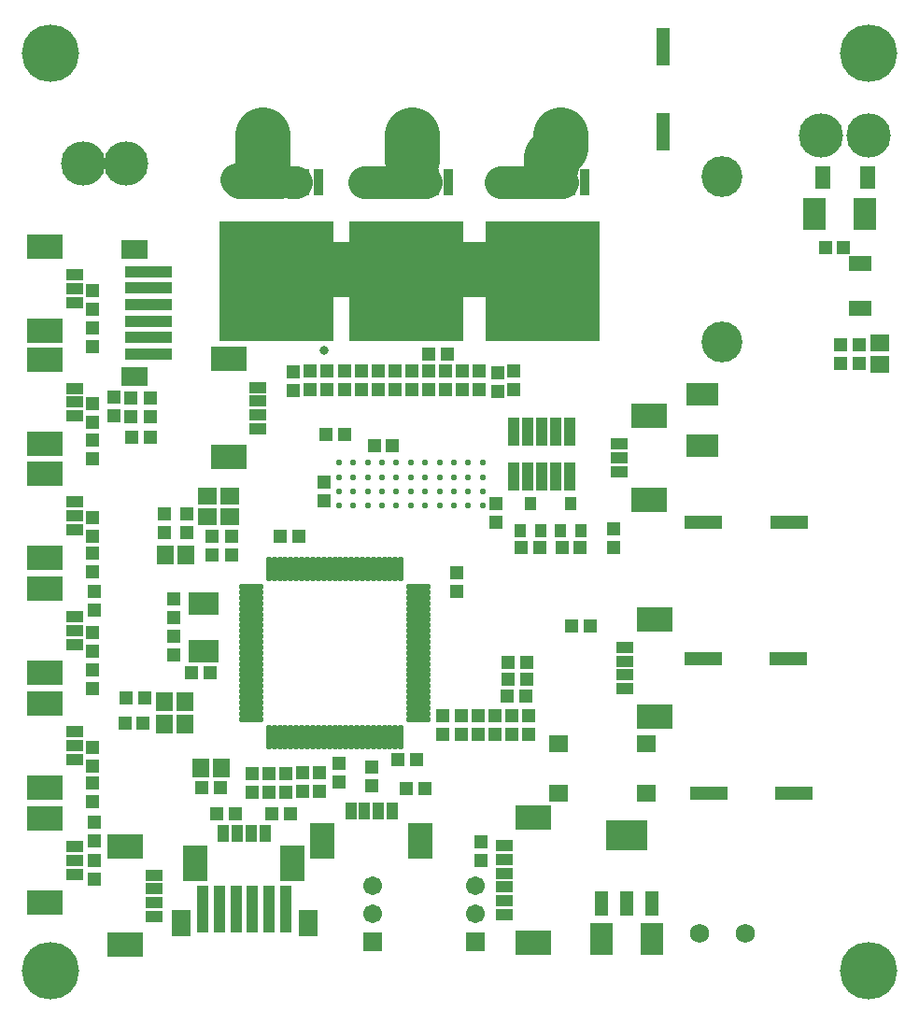
<source format=gts>
%FSTAX23Y23*%
%MOIN*%
%SFA1B1*%

%IPPOS*%
%ADD34C,0.118110*%
%ADD36C,0.011811*%
%ADD40C,0.196850*%
%ADD60C,0.023000*%
%ADD85C,0.137795*%
%ADD86R,0.126000X0.091000*%
%ADD87R,0.091000X0.126000*%
%ADD88R,0.098000X0.067000*%
%ADD89R,0.067000X0.098000*%
%ADD90R,0.047370X0.051307*%
%ADD91R,0.051307X0.047370*%
%ADD92R,0.082803X0.114299*%
%ADD93R,0.133984X0.045401*%
%ADD94R,0.114299X0.082803*%
%ADD95R,0.045401X0.133984*%
%ADD96R,0.082409X0.056819*%
%ADD97R,0.056819X0.082409*%
%ADD98R,0.059181X0.039496*%
%ADD99R,0.039496X0.059181*%
%ADD100R,0.039496X0.102488*%
%ADD101R,0.165480X0.039496*%
%ADD102R,0.039496X0.165480*%
%ADD103R,0.059181X0.067055*%
%ADD104R,0.067055X0.059181*%
%ADD105R,0.037527X0.097960*%
%ADD106R,0.405440X0.429062*%
%ADD107R,0.069023X0.059181*%
%ADD108R,0.039496X0.047370*%
%ADD109O,0.019811X0.090677*%
%ADD110O,0.090677X0.019811*%
%ADD111R,0.145795X0.106425*%
%ADD112R,0.047370X0.086740*%
%ADD113R,0.110362X0.082803*%
%ADD114C,0.204850*%
%ADD115C,0.158000*%
%ADD116C,0.067055*%
%ADD117R,0.067055X0.067055*%
%ADD118C,0.145795*%
%ADD119C,0.068000*%
%ADD120C,0.033000*%
%LNninja_ecu_pcb-1*%
%LPD*%
G54D34*
X019Y0277D02*
X0192D01*
X018D02*
X019D01*
X0175D02*
X018D01*
X017D02*
X0175D01*
X01425Y0278D02*
X01435Y0277D01*
X01315D02*
X01415D01*
X01385Y0282D02*
Y0285D01*
X01265Y0277D02*
X01315D01*
X01215D02*
X01265D01*
X0085Y02835D02*
X00857Y02827D01*
X0095Y0277D02*
X0097D01*
X0085D02*
X00915D01*
X008D02*
X0085D01*
X00769D02*
X008D01*
X00759Y02779D02*
X00769Y0277D01*
G54D36*
X01215Y0273D02*
Y0277D01*
G54D40*
X0084Y0246D02*
X01805D01*
X01815Y0245*
X0188Y02825D02*
Y02858D01*
X01915Y02892*
Y0294*
X01385Y0285D02*
Y0294D01*
X0085Y02835D02*
Y0294D01*
G54D60*
X01125Y01615D03*
X01176D03*
X01227D03*
X01278D03*
X01329D03*
X01381D03*
X01432D03*
X01483D03*
X01534D03*
X01585D03*
X01637D03*
X01125Y01666D03*
X01176D03*
X01227D03*
X01278D03*
X01329D03*
X01381D03*
X01432D03*
X01483D03*
X01534D03*
X01585D03*
X01637D03*
X01125Y01717D03*
X01176D03*
X01227D03*
X01278D03*
X01329D03*
X01381D03*
X01432D03*
X01483D03*
X01534D03*
X01585D03*
X01637D03*
X01125Y01768D03*
X01176D03*
X01227D03*
X01278D03*
X01329D03*
X01381D03*
X01432D03*
X01483D03*
X01534D03*
X01585D03*
X01637D03*
G54D85*
X0079Y02535D02*
X008D01*
G54D86*
X0073Y0179D03*
Y02138D03*
X00075Y02239D03*
Y02539D03*
Y01834D03*
Y02134D03*
Y01429D03*
Y01729D03*
Y01019D03*
Y01319D03*
X0225Y01209D03*
Y00861D03*
X00075Y00609D03*
Y00909D03*
Y00199D03*
Y00499D03*
X0223Y01935D03*
Y01635D03*
X0036Y0005D03*
Y00398D03*
X01819Y00055D03*
Y00502D03*
G54D87*
X00959Y0034D03*
X00611D03*
X01414Y0042D03*
X01066D03*
G54D88*
X00395Y02529D03*
Y02075D03*
G54D89*
X0056Y00126D03*
X01014D03*
G54D90*
X00535Y01215D03*
Y01281D03*
X01545Y01308D03*
Y01375D03*
X00535Y01148D03*
Y01081D03*
X01685Y01621D03*
Y01555D03*
X00935Y0066D03*
Y00593D03*
X0124Y00615D03*
Y00681D03*
X01125Y0063D03*
Y00696D03*
X0058Y0152D03*
Y01586D03*
X005Y0152D03*
Y01586D03*
X0168Y008D03*
Y00866D03*
X0162Y008D03*
Y00866D03*
X0045Y02D03*
Y01933D03*
X0025Y0131D03*
Y01243D03*
X01747Y02095D03*
Y02028D03*
X01626D03*
Y02095D03*
X01505Y02028D03*
Y02095D03*
X01324D03*
Y02028D03*
X01203D03*
Y02095D03*
X00961Y02093D03*
Y02026D03*
X0169Y0209D03*
Y02023D03*
X02915Y02123D03*
Y0219D03*
X0107Y017D03*
Y01633D03*
X00815Y0066D03*
Y00593D03*
X00875Y0066D03*
Y00593D03*
X00995Y00595D03*
Y00661D03*
X01055Y00595D03*
Y00661D03*
X00245Y02315D03*
Y02381D03*
Y0225D03*
Y02183D03*
Y01911D03*
Y01978D03*
Y0185D03*
Y01783D03*
Y01506D03*
Y01573D03*
Y01445D03*
Y01378D03*
Y01096D03*
Y01163D03*
Y0103D03*
Y00963D03*
Y00686D03*
Y00753D03*
Y00625D03*
Y00558D03*
X0156Y00866D03*
Y008D03*
X0174Y00866D03*
Y008D03*
X0032Y01935D03*
Y02001D03*
X0074Y01505D03*
Y01438D03*
X0067Y01505D03*
Y01438D03*
X0025Y0035D03*
Y00283D03*
Y0042D03*
Y00486D03*
X0038Y02D03*
Y01933D03*
X018Y008D03*
Y00866D03*
X01495Y008D03*
Y00866D03*
X01566Y02028D03*
Y02095D03*
X01022Y02028D03*
Y02095D03*
X0163Y0035D03*
Y00416D03*
X01445Y02028D03*
Y02095D03*
X01143Y02028D03*
Y02095D03*
X01082D03*
Y02028D03*
X01385D03*
Y02095D03*
X01264D03*
Y02028D03*
X02105Y01465D03*
Y01531D03*
X0298Y02123D03*
Y0219D03*
G54D91*
X01335Y0071D03*
X01401D03*
X00365Y0093D03*
X00431D03*
X0036Y0084D03*
X00426D03*
X0202Y01185D03*
X01953D03*
X0179Y00935D03*
X01723D03*
X01145Y0187D03*
X01078D03*
X01365Y00605D03*
X01431D03*
X02926Y02535D03*
X0286D03*
X0125Y0183D03*
X01316D03*
X00885Y00515D03*
X00951D03*
X00755D03*
X00688D03*
X00665Y0102D03*
X00598D03*
X00915Y01505D03*
X00981D03*
X01795Y01055D03*
X01728D03*
X0192Y01465D03*
X01986D03*
X01795Y00995D03*
X01728D03*
X01775Y01465D03*
X01841D03*
X0045Y0186D03*
X00383D03*
X00635Y0061D03*
X00701D03*
X01445Y02155D03*
X01511D03*
G54D92*
X02241Y0007D03*
X0206D03*
X03001Y02655D03*
X0282D03*
G54D93*
X02748Y0059D03*
X02445D03*
X02728Y0107D03*
X02425D03*
X0273Y01555D03*
X02426D03*
G54D94*
X0242Y02011D03*
Y0183D03*
G54D95*
X02281Y03253D03*
Y0295D03*
G54D96*
X02985Y0232D03*
Y0248D03*
G54D97*
X0285Y02785D03*
X0301D03*
G54D98*
X00835Y02037D03*
Y01988D03*
Y0189D03*
Y01939D03*
X0018Y02438D03*
Y02389D03*
Y0234D03*
Y02033D03*
Y01984D03*
Y01935D03*
Y01628D03*
Y01579D03*
Y0153D03*
Y01218D03*
Y01169D03*
Y0112D03*
X02145Y00962D03*
Y01011D03*
Y0111D03*
Y0106D03*
X0018Y00808D03*
Y00759D03*
Y0071D03*
Y00398D03*
Y00349D03*
Y003D03*
X02125Y01736D03*
Y01785D03*
Y01835D03*
X00465Y00297D03*
Y00248D03*
Y0015D03*
Y00199D03*
X01714Y00303D03*
Y00254D03*
Y00156D03*
Y00205D03*
Y00402D03*
Y00352D03*
G54D99*
X00712Y00445D03*
X00761D03*
X0086D03*
X0081D03*
X01167Y00525D03*
X01216D03*
X01315D03*
X01265D03*
G54D100*
X01749Y01718D03*
Y01878D03*
X01799Y01718D03*
Y01878D03*
X01849Y01718D03*
Y01878D03*
X01899Y01718D03*
Y0188D03*
X01949Y01718D03*
Y01878D03*
G54D101*
X00445Y0245D03*
Y02391D03*
Y02332D03*
Y02273D03*
Y02214D03*
Y02155D03*
G54D102*
X00639Y00176D03*
X00698D03*
X00757D03*
X00816D03*
X00875D03*
X00935D03*
G54D103*
X00575Y00915D03*
X005D03*
X00575Y00835D03*
X005D03*
X00705Y0068D03*
X0063D03*
X00505Y0144D03*
X00579D03*
G54D104*
X00735Y01575D03*
Y01649D03*
X00655Y01575D03*
Y01649D03*
X03055Y0212D03*
Y02195D03*
G54D105*
X0105Y0277D03*
X01D03*
X0095D03*
X0085D03*
X008D03*
X0075D03*
X01515D03*
X01465D03*
X01415D03*
X01315D03*
X01265D03*
X01215D03*
X02D03*
X0195D03*
X019D03*
X018D03*
X0175D03*
X017D03*
G54D106*
X009Y02414D03*
X01365D03*
X0185D03*
G54D107*
X01907Y0059D03*
Y00767D03*
X0222D03*
Y0059D03*
G54D108*
X01952Y01623D03*
X01989Y01525D03*
X01915D03*
X01807Y01623D03*
X01844Y01525D03*
X0177D03*
G54D109*
X00873Y01389D03*
X00893D03*
X00913D03*
X00932D03*
X00952D03*
X00972D03*
X00991D03*
X01011D03*
X01031D03*
X0105D03*
X0107D03*
X0109D03*
X0111D03*
X01129D03*
X01149D03*
X01169D03*
X01188D03*
X01208D03*
X01228D03*
X01247D03*
X01267D03*
X01287D03*
X01306D03*
X01326D03*
X01346D03*
Y0079D03*
X01326D03*
X01306D03*
X01287D03*
X01267D03*
X01247D03*
X01228D03*
X01208D03*
X01188D03*
X01169D03*
X01149D03*
X01129D03*
X0111D03*
X0109D03*
X0107D03*
X0105D03*
X01031D03*
X01011D03*
X00991D03*
X00972D03*
X00952D03*
X00932D03*
X00913D03*
X00893D03*
X00873D03*
G54D110*
X01409Y01326D03*
Y01306D03*
Y01286D03*
Y01267D03*
Y01247D03*
Y01227D03*
Y01208D03*
Y01188D03*
Y01168D03*
Y01149D03*
Y01129D03*
Y01109D03*
Y0109D03*
Y0107D03*
Y0105D03*
Y0103D03*
Y01011D03*
Y00991D03*
Y00971D03*
Y00952D03*
Y00932D03*
Y00912D03*
Y00893D03*
Y00873D03*
Y00853D03*
X0081D03*
Y00873D03*
Y00893D03*
Y00912D03*
Y00932D03*
Y00952D03*
Y00971D03*
Y00991D03*
Y01011D03*
Y0103D03*
Y0105D03*
Y0107D03*
Y0109D03*
Y01109D03*
Y01129D03*
Y01149D03*
Y01168D03*
Y01188D03*
Y01208D03*
Y01227D03*
Y01247D03*
Y01267D03*
Y01286D03*
Y01306D03*
Y01326D03*
G54D111*
X0215Y00439D03*
G54D112*
X02241Y00195D03*
X0215D03*
X0206D03*
G54D113*
X0064Y01096D03*
Y01266D03*
G54D114*
X00095Y0323D03*
X03015Y-00045D03*
Y0323D03*
X00095Y-00045D03*
G54D115*
X0085Y0294D03*
X01385D03*
X01915D03*
X02845Y02935D03*
X0021Y02835D03*
X03015Y02935D03*
X00365Y02835D03*
G54D116*
X0161Y0026D03*
Y0016D03*
X01246Y0026D03*
Y0016D03*
G54D117*
X0161Y0006D03*
X01246D03*
G54D118*
X02491Y02788D03*
Y02198D03*
G54D119*
X02575Y0009D03*
X0241D03*
G54D120*
X0107Y0217D03*
M02*
</source>
